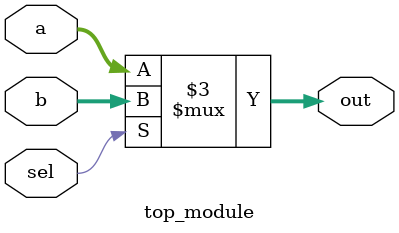
<source format=sv>
module top_module (
	input sel,
	input [7:0] a,
	input [7:0] b,
	output [7:0] out
);

	always @ (sel, a, b) begin
		if(sel)
			out = b;
		else
			out = a;
	end

endmodule

</source>
